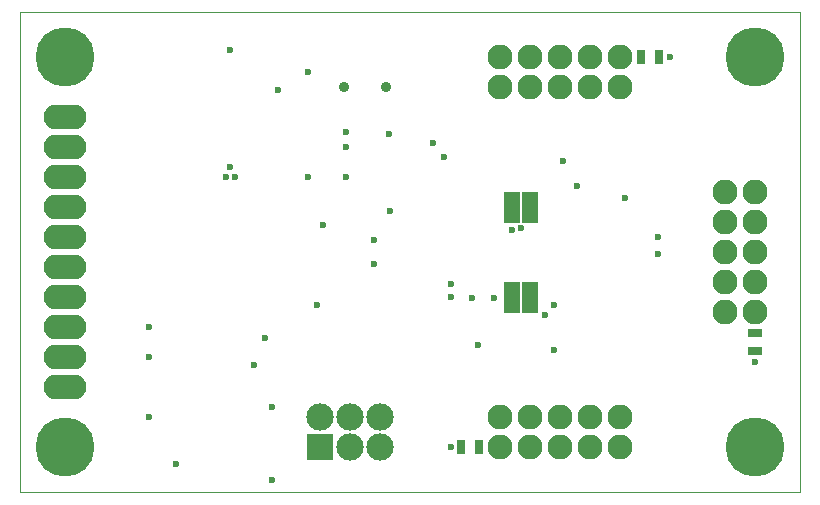
<source format=gbs>
%TF.FileFunction,Soldermask,Bot*%
%FSLAX46Y46*%
G04 Gerber Fmt 4.6, Leading zero omitted, Abs format (unit mm)*
G04 Created by KiCad (PCBNEW (2014-09-08 BZR 5122)-product) date Wed 17 Dec 2014 07:33:54 PM CET*
%MOMM*%
G01*
G04 APERTURE LIST*
%ADD10C,0.020000*%
%ADD11C,0.100000*%
%ADD12R,2.327200X2.327200*%
%ADD13O,2.327200X2.327200*%
%ADD14C,2.106220*%
%ADD15C,5.000000*%
%ADD16R,0.635000X1.143000*%
%ADD17R,1.143000X0.635000*%
%ADD18O,3.614980X2.106220*%
%ADD19R,1.400000X1.400000*%
%ADD20C,0.900000*%
%ADD21C,0.600000*%
G04 APERTURE END LIST*
D10*
D11*
X66040000Y0D02*
X0Y0D01*
X0Y40640000D02*
X66040000Y40640000D01*
X0Y40640000D02*
X0Y0D01*
X66040000Y0D02*
X66040000Y40640000D01*
D12*
X25400000Y3810000D03*
D13*
X25400000Y6350000D03*
X27940000Y3810000D03*
X27940000Y6350000D03*
X30480000Y3810000D03*
X30480000Y6350000D03*
D14*
X40640000Y3810000D03*
X40640000Y6350000D03*
X43180000Y3810000D03*
X43180000Y6350000D03*
X45720000Y3810000D03*
X45720000Y6350000D03*
X48260000Y3810000D03*
X48260000Y6350000D03*
X50800000Y3810000D03*
X50800000Y6350000D03*
X62230000Y15240000D03*
X59690000Y15240000D03*
X62230000Y17780000D03*
X59690000Y17780000D03*
X62230000Y20320000D03*
X59690000Y20320000D03*
X62230000Y22860000D03*
X59690000Y22860000D03*
X62230000Y25400000D03*
X59690000Y25400000D03*
X50800000Y36830000D03*
X50800000Y34290000D03*
X48260000Y36830000D03*
X48260000Y34290000D03*
X45720000Y36830000D03*
X45720000Y34290000D03*
X43180000Y36830000D03*
X43180000Y34290000D03*
X40640000Y36830000D03*
X40640000Y34290000D03*
D15*
X3810000Y36830000D03*
X3810000Y3810000D03*
X62230000Y3810000D03*
X62230000Y36830000D03*
D16*
X38862000Y3810000D03*
X37338000Y3810000D03*
D17*
X62230000Y13462000D03*
X62230000Y11938000D03*
D16*
X52578000Y36830000D03*
X54102000Y36830000D03*
D18*
X3810000Y26670000D03*
X3810000Y24130000D03*
X3810000Y21590000D03*
X3810000Y19050000D03*
X3810000Y16510000D03*
X3810000Y13970000D03*
X3810000Y11430000D03*
X3810000Y8890000D03*
X3810000Y31750000D03*
X3810000Y29210000D03*
D19*
X43180000Y15860000D03*
X43180000Y17160000D03*
X41656000Y15860000D03*
X41656000Y17160000D03*
X43180000Y23480000D03*
X43180000Y24780000D03*
X41656000Y23480000D03*
X41656000Y24780000D03*
D20*
X27460000Y34290000D03*
X30960000Y34290000D03*
D21*
X54991000Y36830000D03*
X62230000Y11049000D03*
X36449000Y3810000D03*
X21336000Y1016000D03*
X13208000Y2413000D03*
X20701000Y13081000D03*
X45212000Y12065000D03*
X27622500Y29210000D03*
X27622500Y26670000D03*
X17780000Y27559000D03*
X17399000Y26670000D03*
X18161000Y26670000D03*
X27622500Y30480000D03*
X21844000Y34036000D03*
X38227000Y16446500D03*
X40132000Y16446500D03*
X17780000Y37465000D03*
X25146000Y15875000D03*
X24384000Y26670000D03*
X34925000Y29591000D03*
X35864800Y28397200D03*
X31292800Y23825200D03*
X29972000Y21336000D03*
X29972000Y19304000D03*
X25654000Y22606000D03*
X45974000Y28067000D03*
X53975000Y20193000D03*
X31242000Y30353000D03*
X24384000Y35560000D03*
X42418000Y22352000D03*
X41656000Y22225000D03*
X45212000Y15875000D03*
X44450000Y14986000D03*
X21336000Y7239000D03*
X19812000Y10795000D03*
X10922000Y11430000D03*
X10922000Y6350000D03*
X10922000Y13970000D03*
X36449000Y17653000D03*
X38735000Y12446000D03*
X36449000Y16510000D03*
X47117000Y25908000D03*
X53975000Y21590000D03*
X51181000Y24892000D03*
M02*

</source>
